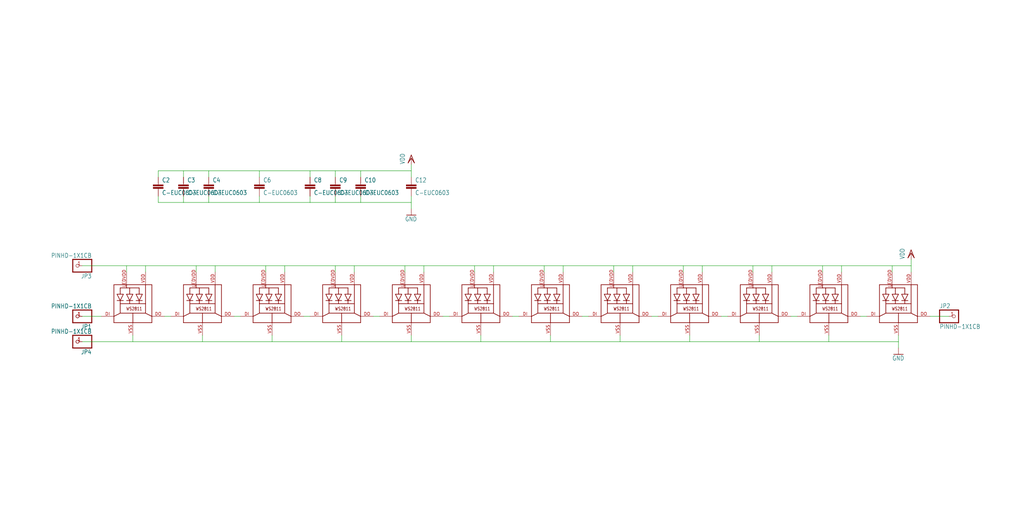
<source format=kicad_sch>
(kicad_sch (version 20211123) (generator eeschema)
  (paper "User" 411.074 210.007)
  (lib_symbols
    (symbol "eagleSchem-eagle-import:C-EUC0603"
      (property "Reference" "C" (at 1.524 0.381 0))
      (property "Value" "C-EUC0603" (at 1.524 -4.699 0))
      (symbol "C-EUC0603_1_0"
        (rectangle (start -2.032 -2.032) (end 2.032 -1.524) (fill (type outline)))
        (rectangle (start -2.032 -1.016) (end 2.032 -0.508) (fill (type outline)))
        (polyline (pts (xy 0 -2.54) (xy 0 -2.032)) (stroke (width 0.1524)))
        (polyline (pts (xy 0 0) (xy 0 -0.508)) (stroke (width 0.1524)))
        (pin passive line (at 0 2.54 270) (length 2.54) (name "1") (number "1"))
        (pin passive line (at 0 -5.08 90) (length 2.54) (name "2") (number "2"))
      )
    )
    (symbol "eagleSchem-eagle-import:GND" (power)
      (property "Value" "GND" (at -2.54 -2.54 0))
      (symbol "GND_1_0"
        (polyline (pts (xy -1.905 0) (xy 1.905 0)) (stroke (width 0.254)))
        (pin power_in line (at 0 2.54 270) (length 2.54) (name "GND") (number "1"))
      )
    )
    (symbol "eagleSchem-eagle-import:PINHD-1X1CB"
      (property "Reference" "JP" (at -6.35 3.175 0))
      (property "Value" "PINHD-1X1CB" (at -6.35 -5.08 0))
      (symbol "PINHD-1X1CB_1_0"
        (polyline (pts (xy -6.35 -2.54) (xy 1.27 -2.54)) (stroke (width 0.4064)))
        (polyline (pts (xy -6.35 2.54) (xy -6.35 -2.54)) (stroke (width 0.4064)))
        (polyline (pts (xy 1.27 -2.54) (xy 1.27 2.54)) (stroke (width 0.4064)))
        (polyline (pts (xy 1.27 2.54) (xy -6.35 2.54)) (stroke (width 0.4064)))
        (pin passive inverted (at -2.54 0 0) (length 2.54) (name "1") (number "1"))
      )
    )
    (symbol "eagleSchem-eagle-import:VDD" (power)
      (property "Value" "VDD" (at -2.54 -2.54 90))
      (symbol "VDD_1_0"
        (polyline (pts (xy 0 0) (xy -1.27 -1.905)) (stroke (width 0.254)))
        (polyline (pts (xy 0 1.27) (xy -1.27 -1.905)) (stroke (width 0.254)))
        (polyline (pts (xy 1.27 -1.905) (xy 0 0)) (stroke (width 0.254)))
        (polyline (pts (xy 1.27 -1.905) (xy 0 1.27)) (stroke (width 0.254)))
        (pin power_in line (at 0 -2.54 90) (length 2.54) (name "VDD") (number "1"))
      )
    )
    (symbol "eagleSchem-eagle-import:WS28115050"
      (symbol "WS28115050_1_0"
        (polyline (pts (xy -7.62 -5.08) (xy 0 -5.08)) (stroke (width 0.254)))
        (polyline (pts (xy -7.62 -2.54) (xy -7.62 -5.08)) (stroke (width 0.254)))
        (polyline (pts (xy -7.62 10.16) (xy -7.62 -2.54)) (stroke (width 0.254)))
        (polyline (pts (xy -6.35 3.81) (xy -5.08 3.81)) (stroke (width 0.254)))
        (polyline (pts (xy -6.35 6.35) (xy -5.08 6.35)) (stroke (width 0.254)))
        (polyline (pts (xy -5.08 -1.27) (xy -7.62 -2.54)) (stroke (width 0.254)))
        (polyline (pts (xy -5.08 -1.27) (xy 0 -1.27)) (stroke (width 0.254)))
        (polyline (pts (xy -5.08 2.54) (xy -5.08 -1.27)) (stroke (width 0.254)))
        (polyline (pts (xy -5.08 3.81) (xy -6.35 6.35)) (stroke (width 0.254)))
        (polyline (pts (xy -5.08 3.81) (xy -5.08 2.54)) (stroke (width 0.254)))
        (polyline (pts (xy -5.08 3.81) (xy -3.81 6.35)) (stroke (width 0.254)))
        (polyline (pts (xy -5.08 6.35) (xy -3.81 6.35)) (stroke (width 0.254)))
        (polyline (pts (xy -5.08 8.89) (xy -5.08 6.35)) (stroke (width 0.254)))
        (polyline (pts (xy -3.81 3.81) (xy -5.08 3.81)) (stroke (width 0.254)))
        (polyline (pts (xy -2.54 3.81) (xy -1.27 3.81)) (stroke (width 0.254)))
        (polyline (pts (xy -2.54 6.35) (xy 0 6.35)) (stroke (width 0.254)))
        (polyline (pts (xy -2.54 8.89) (xy -5.08 8.89)) (stroke (width 0.254)))
        (polyline (pts (xy -2.54 10.16) (xy -7.62 10.16)) (stroke (width 0.254)))
        (polyline (pts (xy -2.54 10.16) (xy -2.54 8.89)) (stroke (width 0.254)))
        (polyline (pts (xy -1.27 2.54) (xy -5.08 2.54)) (stroke (width 0.254)))
        (polyline (pts (xy -1.27 3.81) (xy -2.54 6.35)) (stroke (width 0.254)))
        (polyline (pts (xy -1.27 3.81) (xy -1.27 2.54)) (stroke (width 0.254)))
        (polyline (pts (xy -1.27 3.81) (xy 0 3.81)) (stroke (width 0.254)))
        (polyline (pts (xy -1.27 6.35) (xy -1.27 8.89)) (stroke (width 0.254)))
        (polyline (pts (xy -1.27 8.89) (xy -2.54 8.89)) (stroke (width 0.254)))
        (polyline (pts (xy 0 -5.08) (xy 7.62 -5.08)) (stroke (width 0.254)))
        (polyline (pts (xy 0 -1.27) (xy 0 -5.08)) (stroke (width 0.254)))
        (polyline (pts (xy 0 -1.27) (xy 5.08 -1.27)) (stroke (width 0.254)))
        (polyline (pts (xy 0 6.35) (xy -1.27 3.81)) (stroke (width 0.254)))
        (polyline (pts (xy 1.27 6.35) (xy 2.54 3.81)) (stroke (width 0.254)))
        (polyline (pts (xy 1.27 6.35) (xy 2.54 6.35)) (stroke (width 0.254)))
        (polyline (pts (xy 2.54 2.54) (xy -1.27 2.54)) (stroke (width 0.254)))
        (polyline (pts (xy 2.54 3.81) (xy 1.27 3.81)) (stroke (width 0.254)))
        (polyline (pts (xy 2.54 3.81) (xy 2.54 2.54)) (stroke (width 0.254)))
        (polyline (pts (xy 2.54 3.81) (xy 3.81 3.81)) (stroke (width 0.254)))
        (polyline (pts (xy 2.54 3.81) (xy 3.81 6.35)) (stroke (width 0.254)))
        (polyline (pts (xy 2.54 6.35) (xy 2.54 8.89)) (stroke (width 0.254)))
        (polyline (pts (xy 2.54 8.89) (xy -1.27 8.89)) (stroke (width 0.254)))
        (polyline (pts (xy 3.81 6.35) (xy 2.54 6.35)) (stroke (width 0.254)))
        (polyline (pts (xy 5.08 -1.27) (xy 5.08 2.54)) (stroke (width 0.254)))
        (polyline (pts (xy 5.08 -1.27) (xy 7.62 -2.54)) (stroke (width 0.254)))
        (polyline (pts (xy 5.08 2.54) (xy 2.54 2.54)) (stroke (width 0.254)))
        (polyline (pts (xy 5.08 10.16) (xy -2.54 10.16)) (stroke (width 0.254)))
        (polyline (pts (xy 5.08 10.16) (xy 5.08 2.54)) (stroke (width 0.254)))
        (polyline (pts (xy 7.62 -5.08) (xy 7.62 -2.54)) (stroke (width 0.254)))
        (polyline (pts (xy 7.62 -2.54) (xy 7.62 10.16)) (stroke (width 0.254)))
        (polyline (pts (xy 7.62 10.16) (xy 5.08 10.16)) (stroke (width 0.254)))
        (text "WS2811" (at 3.81 1.27 0) (effects (font (size 1.27 1.0795)) (justify right top)))
        (pin input line (at -12.7 -2.54 0) (length 5.08) (name "DI") (number "DI"))
        (pin output line (at 12.7 -2.54 180) (length 5.08) (name "DO") (number "DO"))
        (pin power_in line (at -2.54 15.24 270) (length 5.08) (name "LEDVDD") (number "LEDVDD"))
        (pin power_in line (at 5.08 15.24 270) (length 5.08) (name "VDD") (number "VDD"))
        (pin power_in line (at 0 -10.16 90) (length 5.08) (name "GND") (number "VSS"))
      )
    )
  )
  (wire (pts (xy 114.3 106.68) (xy 106.68 106.68)))
  (wire (pts (xy 170.18 109.22) (xy 170.18 106.68)))
  (wire (pts (xy 73.66 81.28) (xy 63.5 81.28)))
  (wire (pts (xy 254 106.68) (xy 246.38 106.68)))
  (wire (pts (xy 73.66 68.58) (xy 63.5 68.58)))
  (wire (pts (xy 246.38 106.68) (xy 226.06 106.68)))
  (wire (pts (xy 248.92 137.16) (xy 248.92 134.62)))
  (wire (pts (xy 281.94 109.22) (xy 281.94 106.68)))
  (wire (pts (xy 309.88 109.22) (xy 309.88 106.68)))
  (wire (pts (xy 218.44 106.68) (xy 198.12 106.68)))
  (wire (pts (xy 304.8 137.16) (xy 276.86 137.16)))
  (wire (pts (xy 360.68 134.62) (xy 360.68 137.16)))
  (wire (pts (xy 220.98 137.16) (xy 220.98 134.62)))
  (wire (pts (xy 381 127) (xy 373.38 127)))
  (wire (pts (xy 78.74 109.22) (xy 78.74 106.68)))
  (wire (pts (xy 124.46 71.12) (xy 124.46 68.58)))
  (wire (pts (xy 165.1 68.58) (xy 165.1 66.04)))
  (wire (pts (xy 109.22 137.16) (xy 81.28 137.16)))
  (wire (pts (xy 124.46 81.28) (xy 104.14 81.28)))
  (wire (pts (xy 309.88 106.68) (xy 302.26 106.68)))
  (wire (pts (xy 345.44 127) (xy 347.98 127)))
  (wire (pts (xy 134.62 81.28) (xy 124.46 81.28)))
  (wire (pts (xy 360.68 137.16) (xy 332.74 137.16)))
  (wire (pts (xy 152.4 127) (xy 149.86 127)))
  (wire (pts (xy 248.92 137.16) (xy 220.98 137.16)))
  (wire (pts (xy 302.26 109.22) (xy 302.26 106.68)))
  (wire (pts (xy 78.74 106.68) (xy 58.42 106.68)))
  (wire (pts (xy 134.62 71.12) (xy 134.62 68.58)))
  (wire (pts (xy 165.1 137.16) (xy 137.16 137.16)))
  (wire (pts (xy 337.82 106.68) (xy 330.2 106.68)))
  (wire (pts (xy 86.36 106.68) (xy 78.74 106.68)))
  (wire (pts (xy 63.5 81.28) (xy 63.5 78.74)))
  (wire (pts (xy 365.76 106.68) (xy 358.14 106.68)))
  (wire (pts (xy 114.3 109.22) (xy 114.3 106.68)))
  (wire (pts (xy 261.62 127) (xy 264.16 127)))
  (wire (pts (xy 106.68 109.22) (xy 106.68 106.68)))
  (wire (pts (xy 198.12 106.68) (xy 190.5 106.68)))
  (wire (pts (xy 276.86 137.16) (xy 248.92 137.16)))
  (wire (pts (xy 162.56 106.68) (xy 142.24 106.68)))
  (wire (pts (xy 104.14 81.28) (xy 83.82 81.28)))
  (wire (pts (xy 142.24 106.68) (xy 134.62 106.68)))
  (wire (pts (xy 358.14 109.22) (xy 358.14 106.68)))
  (wire (pts (xy 104.14 81.28) (xy 104.14 78.74)))
  (wire (pts (xy 134.62 68.58) (xy 124.46 68.58)))
  (wire (pts (xy 33.02 127) (xy 40.64 127)))
  (wire (pts (xy 73.66 81.28) (xy 73.66 78.74)))
  (wire (pts (xy 134.62 106.68) (xy 114.3 106.68)))
  (wire (pts (xy 193.04 137.16) (xy 165.1 137.16)))
  (wire (pts (xy 360.68 137.16) (xy 360.68 139.7)))
  (wire (pts (xy 33.02 106.68) (xy 50.8 106.68)))
  (wire (pts (xy 134.62 81.28) (xy 134.62 78.74)))
  (wire (pts (xy 193.04 137.16) (xy 193.04 134.62)))
  (wire (pts (xy 170.18 106.68) (xy 162.56 106.68)))
  (wire (pts (xy 276.86 137.16) (xy 276.86 134.62)))
  (wire (pts (xy 33.02 137.16) (xy 53.34 137.16)))
  (wire (pts (xy 246.38 109.22) (xy 246.38 106.68)))
  (wire (pts (xy 332.74 137.16) (xy 304.8 137.16)))
  (wire (pts (xy 180.34 127) (xy 177.8 127)))
  (wire (pts (xy 330.2 109.22) (xy 330.2 106.68)))
  (wire (pts (xy 226.06 106.68) (xy 218.44 106.68)))
  (wire (pts (xy 302.26 106.68) (xy 281.94 106.68)))
  (wire (pts (xy 58.42 106.68) (xy 50.8 106.68)))
  (wire (pts (xy 124.46 127) (xy 121.92 127)))
  (wire (pts (xy 142.24 109.22) (xy 142.24 106.68)))
  (wire (pts (xy 104.14 68.58) (xy 83.82 68.58)))
  (wire (pts (xy 165.1 81.28) (xy 144.78 81.28)))
  (wire (pts (xy 83.82 71.12) (xy 83.82 68.58)))
  (wire (pts (xy 53.34 137.16) (xy 53.34 134.62)))
  (wire (pts (xy 144.78 68.58) (xy 134.62 68.58)))
  (wire (pts (xy 233.68 127) (xy 236.22 127)))
  (wire (pts (xy 144.78 71.12) (xy 144.78 68.58)))
  (wire (pts (xy 124.46 81.28) (xy 124.46 78.74)))
  (wire (pts (xy 208.28 127) (xy 205.74 127)))
  (wire (pts (xy 332.74 137.16) (xy 332.74 134.62)))
  (wire (pts (xy 134.62 109.22) (xy 134.62 106.68)))
  (wire (pts (xy 358.14 106.68) (xy 337.82 106.68)))
  (wire (pts (xy 50.8 106.68) (xy 50.8 109.22)))
  (wire (pts (xy 165.1 137.16) (xy 165.1 134.62)))
  (wire (pts (xy 365.76 109.22) (xy 365.76 106.68)))
  (wire (pts (xy 226.06 109.22) (xy 226.06 106.68)))
  (wire (pts (xy 83.82 81.28) (xy 83.82 78.74)))
  (wire (pts (xy 86.36 109.22) (xy 86.36 106.68)))
  (wire (pts (xy 190.5 106.68) (xy 170.18 106.68)))
  (wire (pts (xy 304.8 137.16) (xy 304.8 134.62)))
  (wire (pts (xy 104.14 71.12) (xy 104.14 68.58)))
  (wire (pts (xy 137.16 137.16) (xy 109.22 137.16)))
  (wire (pts (xy 165.1 68.58) (xy 144.78 68.58)))
  (wire (pts (xy 144.78 81.28) (xy 134.62 81.28)))
  (wire (pts (xy 190.5 109.22) (xy 190.5 106.68)))
  (wire (pts (xy 73.66 71.12) (xy 73.66 68.58)))
  (wire (pts (xy 144.78 81.28) (xy 144.78 78.74)))
  (wire (pts (xy 83.82 81.28) (xy 73.66 81.28)))
  (wire (pts (xy 81.28 137.16) (xy 53.34 137.16)))
  (wire (pts (xy 337.82 109.22) (xy 337.82 106.68)))
  (wire (pts (xy 162.56 109.22) (xy 162.56 106.68)))
  (wire (pts (xy 274.32 109.22) (xy 274.32 106.68)))
  (wire (pts (xy 165.1 78.74) (xy 165.1 81.28)))
  (wire (pts (xy 83.82 68.58) (xy 73.66 68.58)))
  (wire (pts (xy 289.56 127) (xy 292.1 127)))
  (wire (pts (xy 317.5 127) (xy 320.04 127)))
  (wire (pts (xy 254 109.22) (xy 254 106.68)))
  (wire (pts (xy 81.28 137.16) (xy 81.28 134.62)))
  (wire (pts (xy 63.5 71.12) (xy 63.5 68.58)))
  (wire (pts (xy 218.44 109.22) (xy 218.44 106.68)))
  (wire (pts (xy 124.46 68.58) (xy 104.14 68.58)))
  (wire (pts (xy 198.12 109.22) (xy 198.12 106.68)))
  (wire (pts (xy 165.1 81.28) (xy 165.1 83.82)))
  (wire (pts (xy 68.58 127) (xy 66.04 127)))
  (wire (pts (xy 106.68 106.68) (xy 86.36 106.68)))
  (wire (pts (xy 365.76 106.68) (xy 365.76 104.14)))
  (wire (pts (xy 96.52 127) (xy 93.98 127)))
  (wire (pts (xy 281.94 106.68) (xy 274.32 106.68)))
  (wire (pts (xy 330.2 106.68) (xy 309.88 106.68)))
  (wire (pts (xy 137.16 137.16) (xy 137.16 134.62)))
  (wire (pts (xy 220.98 137.16) (xy 193.04 137.16)))
  (wire (pts (xy 165.1 71.12) (xy 165.1 68.58)))
  (wire (pts (xy 274.32 106.68) (xy 254 106.68)))
  (wire (pts (xy 109.22 137.16) (xy 109.22 134.62)))
  (wire (pts (xy 58.42 109.22) (xy 58.42 106.68)))
  (symbol (lib_id "eagleSchem-eagle-import:WS28115050") (at 165.1 124.46 0) (unit 1)
    (property "Reference" "LED5" (effects hide))
    (property "Value" "WS28115050" (effects hide))
    (property "Footprint" "eagleSchem:WS28115050" (effects hide))
  )
  (symbol (lib_id "eagleSchem-eagle-import:GND") (at 360.68 142.24 0) (unit 1)
    (property "Reference" "#GND1" (effects hide))
    (property "Value" "GND" (at 358.14 144.78 0) (effects (font (size 1.778 1.5113)) (justify left bottom)))
    (property "Footprint" "eagleSchem:" (effects hide))
  )
  (symbol (lib_id "eagleSchem-eagle-import:C-EUC0603") (at 63.5 73.66 0) (unit 1)
    (property "Reference" "C2" (at 65.024 73.279 0) (effects (font (size 1.778 1.5113)) (justify left bottom)))
    (property "Value" "C-EUC0603" (at 65.024 78.359 0) (effects (font (size 1.778 1.5113)) (justify left bottom)))
    (property "Footprint" "eagleSchem:C0603" (effects hide))
  )
  (symbol (lib_id "eagleSchem-eagle-import:WS28115050") (at 276.86 124.46 0) (unit 1)
    (property "Reference" "LED9" (effects hide))
    (property "Value" "WS28115050" (effects hide))
    (property "Footprint" "eagleSchem:WS28115050" (effects hide))
  )
  (symbol (lib_id "eagleSchem-eagle-import:C-EUC0603") (at 83.82 73.66 0) (unit 1)
    (property "Reference" "C4" (at 85.344 73.279 0) (effects (font (size 1.778 1.5113)) (justify left bottom)))
    (property "Value" "C-EUC0603" (at 85.344 78.359 0) (effects (font (size 1.778 1.5113)) (justify left bottom)))
    (property "Footprint" "eagleSchem:C0603" (effects hide))
  )
  (symbol (lib_id "eagleSchem-eagle-import:C-EUC0603") (at 144.78 73.66 0) (unit 1)
    (property "Reference" "C10" (at 146.304 73.279 0) (effects (font (size 1.778 1.5113)) (justify left bottom)))
    (property "Value" "C-EUC0603" (at 146.304 78.359 0) (effects (font (size 1.778 1.5113)) (justify left bottom)))
    (property "Footprint" "eagleSchem:C0603" (effects hide))
  )
  (symbol (lib_id "eagleSchem-eagle-import:WS28115050") (at 360.68 124.46 0) (unit 1)
    (property "Reference" "LED12" (effects hide))
    (property "Value" "WS28115050" (effects hide))
    (property "Footprint" "eagleSchem:WS28115050" (effects hide))
  )
  (symbol (lib_id "eagleSchem-eagle-import:PINHD-1X1CB") (at 30.48 127 180) (unit 1)
    (property "Reference" "JP1" (at 36.83 130.175 0) (effects (font (size 1.778 1.5113)) (justify left bottom)))
    (property "Value" "PINHD-1X1CB" (at 36.83 121.92 0) (effects (font (size 1.778 1.5113)) (justify left bottom)))
    (property "Footprint" "eagleSchem:1X01-CLEANBIG" (effects hide))
  )
  (symbol (lib_id "eagleSchem-eagle-import:WS28115050") (at 109.22 124.46 0) (unit 1)
    (property "Reference" "LED3" (effects hide))
    (property "Value" "WS28115050" (effects hide))
    (property "Footprint" "eagleSchem:WS28115050" (effects hide))
  )
  (symbol (lib_id "eagleSchem-eagle-import:PINHD-1X1CB") (at 30.48 106.68 180) (unit 1)
    (property "Reference" "JP3" (at 36.83 109.855 0) (effects (font (size 1.778 1.5113)) (justify left bottom)))
    (property "Value" "PINHD-1X1CB" (at 36.83 101.6 0) (effects (font (size 1.778 1.5113)) (justify left bottom)))
    (property "Footprint" "eagleSchem:1X01-CLEANBIG" (effects hide))
  )
  (symbol (lib_id "eagleSchem-eagle-import:C-EUC0603") (at 165.1 73.66 0) (unit 1)
    (property "Reference" "C12" (at 166.624 73.279 0) (effects (font (size 1.778 1.5113)) (justify left bottom)))
    (property "Value" "C-EUC0603" (at 166.624 78.359 0) (effects (font (size 1.778 1.5113)) (justify left bottom)))
    (property "Footprint" "eagleSchem:C0603" (effects hide))
  )
  (symbol (lib_id "eagleSchem-eagle-import:GND") (at 165.1 86.36 0) (unit 1)
    (property "Reference" "#GND2" (effects hide))
    (property "Value" "GND" (at 162.56 88.9 0) (effects (font (size 1.778 1.5113)) (justify left bottom)))
    (property "Footprint" "eagleSchem:" (effects hide))
  )
  (symbol (lib_id "eagleSchem-eagle-import:WS28115050") (at 304.8 124.46 0) (unit 1)
    (property "Reference" "LED10" (effects hide))
    (property "Value" "WS28115050" (effects hide))
    (property "Footprint" "eagleSchem:WS28115050" (effects hide))
  )
  (symbol (lib_id "eagleSchem-eagle-import:C-EUC0603") (at 73.66 73.66 0) (unit 1)
    (property "Reference" "C3" (at 75.184 73.279 0) (effects (font (size 1.778 1.5113)) (justify left bottom)))
    (property "Value" "C-EUC0603" (at 75.184 78.359 0) (effects (font (size 1.778 1.5113)) (justify left bottom)))
    (property "Footprint" "eagleSchem:C0603" (effects hide))
  )
  (symbol (lib_id "eagleSchem-eagle-import:WS28115050") (at 81.28 124.46 0) (unit 1)
    (property "Reference" "LED2" (effects hide))
    (property "Value" "WS28115050" (effects hide))
    (property "Footprint" "eagleSchem:WS28115050" (effects hide))
  )
  (symbol (lib_id "eagleSchem-eagle-import:VDD") (at 165.1 63.5 0) (unit 1)
    (property "Reference" "#VDD2" (effects hide))
    (property "Value" "VDD" (at 162.56 66.04 90) (effects (font (size 1.778 1.5113)) (justify left bottom)))
    (property "Footprint" "eagleSchem:" (effects hide))
  )
  (symbol (lib_id "eagleSchem-eagle-import:WS28115050") (at 137.16 124.46 0) (unit 1)
    (property "Reference" "LED4" (effects hide))
    (property "Value" "WS28115050" (effects hide))
    (property "Footprint" "eagleSchem:WS28115050" (effects hide))
  )
  (symbol (lib_id "eagleSchem-eagle-import:C-EUC0603") (at 134.62 73.66 0) (unit 1)
    (property "Reference" "C9" (at 136.144 73.279 0) (effects (font (size 1.778 1.5113)) (justify left bottom)))
    (property "Value" "C-EUC0603" (at 136.144 78.359 0) (effects (font (size 1.778 1.5113)) (justify left bottom)))
    (property "Footprint" "eagleSchem:C0603" (effects hide))
  )
  (symbol (lib_id "eagleSchem-eagle-import:WS28115050") (at 53.34 124.46 0) (unit 1)
    (property "Reference" "LED1" (effects hide))
    (property "Value" "WS28115050" (effects hide))
    (property "Footprint" "eagleSchem:WS28115050" (effects hide))
  )
  (symbol (lib_id "eagleSchem-eagle-import:WS28115050") (at 220.98 124.46 0) (unit 1)
    (property "Reference" "LED7" (effects hide))
    (property "Value" "WS28115050" (effects hide))
    (property "Footprint" "eagleSchem:WS28115050" (effects hide))
  )
  (symbol (lib_id "eagleSchem-eagle-import:VDD") (at 365.76 101.6 0) (unit 1)
    (property "Reference" "#VDD1" (effects hide))
    (property "Value" "VDD" (at 363.22 104.14 90) (effects (font (size 1.778 1.5113)) (justify left bottom)))
    (property "Footprint" "eagleSchem:" (effects hide))
  )
  (symbol (lib_id "eagleSchem-eagle-import:C-EUC0603") (at 104.14 73.66 0) (unit 1)
    (property "Reference" "C6" (at 105.664 73.279 0) (effects (font (size 1.778 1.5113)) (justify left bottom)))
    (property "Value" "C-EUC0603" (at 105.664 78.359 0) (effects (font (size 1.778 1.5113)) (justify left bottom)))
    (property "Footprint" "eagleSchem:C0603" (effects hide))
  )
  (symbol (lib_id "eagleSchem-eagle-import:C-EUC0603") (at 124.46 73.66 0) (unit 1)
    (property "Reference" "C8" (at 125.984 73.279 0) (effects (font (size 1.778 1.5113)) (justify left bottom)))
    (property "Value" "C-EUC0603" (at 125.984 78.359 0) (effects (font (size 1.778 1.5113)) (justify left bottom)))
    (property "Footprint" "eagleSchem:C0603" (effects hide))
  )
  (symbol (lib_id "eagleSchem-eagle-import:PINHD-1X1CB") (at 383.54 127 0) (unit 1)
    (property "Reference" "JP2" (at 377.19 123.825 0) (effects (font (size 1.778 1.5113)) (justify left bottom)))
    (property "Value" "PINHD-1X1CB" (at 377.19 132.08 0) (effects (font (size 1.778 1.5113)) (justify left bottom)))
    (property "Footprint" "eagleSchem:1X01-CLEANBIG" (effects hide))
  )
  (symbol (lib_id "eagleSchem-eagle-import:PINHD-1X1CB") (at 30.48 137.16 180) (unit 1)
    (property "Reference" "JP4" (at 36.83 140.335 0) (effects (font (size 1.778 1.5113)) (justify left bottom)))
    (property "Value" "PINHD-1X1CB" (at 36.83 132.08 0) (effects (font (size 1.778 1.5113)) (justify left bottom)))
    (property "Footprint" "eagleSchem:1X01-CLEANBIG" (effects hide))
  )
  (symbol (lib_id "eagleSchem-eagle-import:WS28115050") (at 193.04 124.46 0) (unit 1)
    (property "Reference" "LED6" (effects hide))
    (property "Value" "WS28115050" (effects hide))
    (property "Footprint" "eagleSchem:WS28115050" (effects hide))
  )
  (symbol (lib_id "eagleSchem-eagle-import:WS28115050") (at 332.74 124.46 0) (unit 1)
    (property "Reference" "LED11" (effects hide))
    (property "Value" "WS28115050" (effects hide))
    (property "Footprint" "eagleSchem:WS28115050" (effects hide))
  )
  (symbol (lib_id "eagleSchem-eagle-import:WS28115050") (at 248.92 124.46 0) (unit 1)
    (property "Reference" "LED8" (effects hide))
    (property "Value" "WS28115050" (effects hide))
    (property "Footprint" "eagleSchem:WS28115050" (effects hide))
  )
)
</source>
